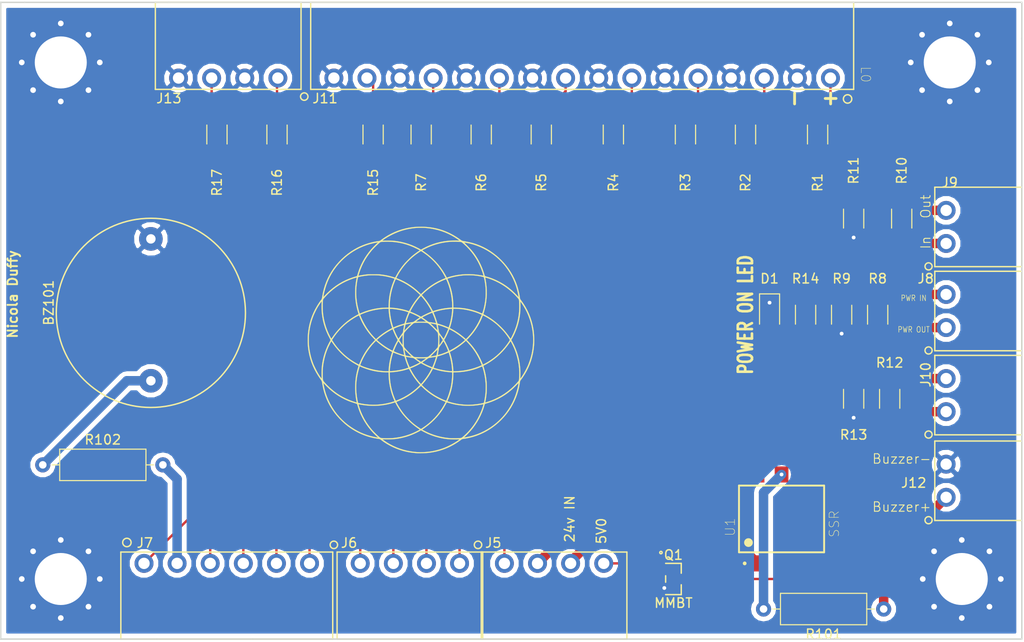
<source format=kicad_pcb>
(kicad_pcb (version 4) (host pcbnew 4.0.6)
  (layers (0 F.Cu signal) (31 B.Cu signal) (34 B.Paste user) (35 F.Paste user) (36 B.SilkS user) (37 F.SilkS user) (38 B.Mask user) (39 F.Mask user) (44 Edge.Cuts user))
  (net 0 "")
  (net 1 /A7)
  (net 2 /A6)
  (net 3 /A5)
  (net 4 /A4)
  (net 5 /A3)
  (net 6 /A2)
  (net 7 /A1)
  (net 8 /A0)
  (net 9 /24V)
  (net 10 "Net-(D1-Pad2)")
  (net 11 /GND)
  (net 12 /VDI0)
  (net 13 /VDI1)
  (net 14 /VDO1)
  (net 15 /VDI2)
  (net 16 /VDO2)
  (net 17 /L0)
  (net 18 /L1)
  (net 19 /L2)
  (net 20 /L3)
  (net 21 /L4)
  (net 22 /L5)
  (net 23 /L6)
  (net 24 /VDO0)
  (net 25 /L7)
  (net 26 /Buzzer)
  (net 27 /L8)
  (net 28 /L9)
  (net 29 "Net-(Q1-Pad3)")
  (net 30 /A8)
  (net 31 /5V0)
  (net 32 "Net-(BZ101-Pad1)")
  (net 33 "Net-(R101-Pad2)")
  (net 34 /Transistor)
  (net 35 /5V)
  (net 36 /ArduinoLED)
  (module hyperCustom:CONN_PHOENIX_1844359_16PIN (layer F.Cu) (at 175.26 46.99 180)
    (fp_text reference J11 (at 55.88 -10.16 360) (layer F.SilkS))
    (fp_text value "")
    (pad 1 thru_hole circle (at 2.45 -8 180) (size 2 2) (drill 1.2) (layers *.Cu *.Mask) (net 17 /L0))
    (pad 2 thru_hole circle (at 5.95 -8 180) (size 2 2) (drill 1.2) (layers *.Cu *.Mask) (net 11 /GND))
    (pad 3 thru_hole circle (at 9.45 -8 180) (size 2 2) (drill 1.2) (layers *.Cu *.Mask) (net 18 /L1))
    (pad 4 thru_hole circle (at 12.95 -8 180) (size 2 2) (drill 1.2) (layers *.Cu *.Mask) (net 11 /GND))
    (pad 5 thru_hole circle (at 16.45 -8 180) (size 2 2) (drill 1.2) (layers *.Cu *.Mask) (net 19 /L2))
    (pad 6 thru_hole circle (at 19.95 -8 180) (size 2 2) (drill 1.2) (layers *.Cu *.Mask) (net 11 /GND))
    (pad 7 thru_hole circle (at 23.45 -8 180) (size 2 2) (drill 1.2) (layers *.Cu *.Mask) (net 20 /L3))
    (pad 8 thru_hole circle (at 26.95 -8 180) (size 2 2) (drill 1.2) (layers *.Cu *.Mask) (net 11 /GND))
    (pad 9 thru_hole circle (at 30.45 -8 180) (size 2 2) (drill 1.2) (layers *.Cu *.Mask) (net 21 /L4))
    (pad 10 thru_hole circle (at 33.95 -8 180) (size 2 2) (drill 1.2) (layers *.Cu *.Mask) (net 11 /GND))
    (pad 11 thru_hole circle (at 37.45 -8 180) (size 2 2) (drill 1.2) (layers *.Cu *.Mask) (net 22 /L5))
    (pad 12 thru_hole circle (at 40.95 -8 180) (size 2 2) (drill 1.2) (layers *.Cu *.Mask) (net 11 /GND))
    (pad 13 thru_hole circle (at 44.45 -8 180) (size 2 2) (drill 1.2) (layers *.Cu *.Mask) (net 23 /L6))
    (pad 14 thru_hole circle (at 47.95 -8 180) (size 2 2) (drill 1.2) (layers *.Cu *.Mask) (net 11 /GND))
    (pad 15 thru_hole circle (at 51.45 -8 180) (size 2 2) (drill 1.2) (layers *.Cu *.Mask) (net 25 /L7))
    (pad 16 thru_hole circle (at 54.95 -8 180) (size 2 2) (drill 1.2) (layers *.Cu *.Mask) (net 11 /GND))
  )
  (module foot:MMBF170LT1G (layer F.Cu) (at 156.21 107.95 270)
    (fp_text reference Q1 (at -2.54 0 360) (layer F.SilkS))
    (fp_text value MMBT (at 2.54 0 360) (layer F.SilkS))
    (pad 1 smd rect (at -0.9525 0.9652 270) (size 0.5588 1.4224) (layers F.Cu) (net 34 /Transistor))
    (pad 2 smd rect (at 0.9525 0.9652 270) (size 0.5588 1.4224) (layers F.Cu) (net 11 /GND))
    (pad 3 smd rect (at 0 -0.9652 270) (size 0.5588 1.4224) (layers F.Cu) (net 29 "Net-(Q1-Pad3)"))
  )
  (module VO14642AABTR:SOIC254P1005X390-6N (layer F.Cu) (at 167.64 101.6 90)
    (fp_text reference U1 (at -0.86 -5.435 90) (layer F.SilkS) (effects (font (thickness 0.05))))
    (fp_text value SSR (at -0.525 5.565 90) (layer F.SilkS) (effects (font (thickness 0.05))))
    (pad 1 smd rect (at -4.7 -2.54 90) (size 1.7 1.45) (layers F.Cu F.Paste F.Mask) (net 31 /5V0))
    (pad 2 smd rect (at -4.7 0 90) (size 1.7 1.45) (layers F.Cu F.Paste F.Mask) (net 29 "Net-(Q1-Pad3)"))
    (pad 3 smd rect (at -4.7 2.54 90) (size 1.7 1.45) (layers F.Cu F.Paste F.Mask))
    (pad 4 smd rect (at 4.7 2.54 270) (size 1.7 1.45) (layers F.Cu F.Paste F.Mask) (net 9 /24V))
    (pad 5 smd rect (at 4.7 0 270) (size 1.7 1.45) (layers F.Cu F.Paste F.Mask) (net 33 "Net-(R101-Pad2)"))
    (pad 6 smd rect (at 4.7 -2.54 270) (size 1.7 1.45) (layers F.Cu F.Paste F.Mask) (net 9 /24V))
  )
  (module hyperCustom:MountingHole_5.5mm_Pad_Via (layer F.Cu) (at 91.44 53.34)
    (fp_text reference J1 hide)
    (fp_text value "")
    (pad 1 thru_hole circle (at 0 0) (size 11 11) (drill 5.5) (layers *.Cu *.Mask) (net 11 /GND))
    (pad "" thru_hole circle (at 4.125 0) (size 0.7 0.7) (drill 0.6) (layers *.Cu *.Mask))
    (pad "" thru_hole circle (at 2.926815 2.926815) (size 0.7 0.7) (drill 0.6) (layers *.Cu *.Mask))
    (pad "" thru_hole circle (at 0 4.125) (size 0.7 0.7) (drill 0.6) (layers *.Cu *.Mask))
    (pad "" thru_hole circle (at -2.926815 2.926815) (size 0.7 0.7) (drill 0.6) (layers *.Cu *.Mask))
    (pad "" thru_hole circle (at -4.125 0) (size 0.7 0.7) (drill 0.6) (layers *.Cu *.Mask))
    (pad "" thru_hole circle (at -2.926815 -2.926815) (size 0.7 0.7) (drill 0.6) (layers *.Cu *.Mask))
    (pad "" thru_hole circle (at 0 -4.125) (size 0.7 0.7) (drill 0.6) (layers *.Cu *.Mask))
    (pad "" thru_hole circle (at 2.926815 -2.926815) (size 0.7 0.7) (drill 0.6) (layers *.Cu *.Mask))
  )
  (module hyperCustom:MountingHole_5.5mm_Pad_Via (layer F.Cu) (at 186.69 107.95 180)
    (fp_text reference J2 hide)
    (fp_text value "")
    (pad 1 thru_hole circle (at 0 0 180) (size 11 11) (drill 5.5) (layers *.Cu *.Mask) (net 11 /GND))
    (pad "" thru_hole circle (at 4.125 0 180) (size 0.7 0.7) (drill 0.6) (layers *.Cu *.Mask))
    (pad "" thru_hole circle (at 2.926815 2.926815 180) (size 0.7 0.7) (drill 0.6) (layers *.Cu *.Mask))
    (pad "" thru_hole circle (at 0 4.125 180) (size 0.7 0.7) (drill 0.6) (layers *.Cu *.Mask))
    (pad "" thru_hole circle (at -2.926815 2.926815 180) (size 0.7 0.7) (drill 0.6) (layers *.Cu *.Mask))
    (pad "" thru_hole circle (at -4.125 0 180) (size 0.7 0.7) (drill 0.6) (layers *.Cu *.Mask))
    (pad "" thru_hole circle (at -2.926815 -2.926815 180) (size 0.7 0.7) (drill 0.6) (layers *.Cu *.Mask))
    (pad "" thru_hole circle (at 0 -4.125 180) (size 0.7 0.7) (drill 0.6) (layers *.Cu *.Mask))
    (pad "" thru_hole circle (at 2.926815 -2.926815 180) (size 0.7 0.7) (drill 0.6) (layers *.Cu *.Mask))
  )
  (module hyperCustom:MountingHole_5.5mm_Pad_Via (layer F.Cu) (at 185.42 53.34)
    (fp_text reference J3 hide)
    (fp_text value "")
    (pad 1 thru_hole circle (at 0 0) (size 11 11) (drill 5.5) (layers *.Cu *.Mask) (net 11 /GND))
    (pad "" thru_hole circle (at 4.125 0) (size 0.7 0.7) (drill 0.6) (layers *.Cu *.Mask))
    (pad "" thru_hole circle (at 2.926815 2.926815) (size 0.7 0.7) (drill 0.6) (layers *.Cu *.Mask))
    (pad "" thru_hole circle (at 0 4.125) (size 0.7 0.7) (drill 0.6) (layers *.Cu *.Mask))
    (pad "" thru_hole circle (at -2.926815 2.926815) (size 0.7 0.7) (drill 0.6) (layers *.Cu *.Mask))
    (pad "" thru_hole circle (at -4.125 0) (size 0.7 0.7) (drill 0.6) (layers *.Cu *.Mask))
    (pad "" thru_hole circle (at -2.926815 -2.926815) (size 0.7 0.7) (drill 0.6) (layers *.Cu *.Mask))
    (pad "" thru_hole circle (at 0 -4.125) (size 0.7 0.7) (drill 0.6) (layers *.Cu *.Mask))
    (pad "" thru_hole circle (at 2.926815 -2.926815) (size 0.7 0.7) (drill 0.6) (layers *.Cu *.Mask))
  )
  (module hyperCustom:MountingHole_5.5mm_Pad_Via (layer F.Cu) (at 91.44 107.95)
    (fp_text reference J4 hide)
    (fp_text value "")
    (pad 1 thru_hole circle (at 0 0) (size 11 11) (drill 5.5) (layers *.Cu *.Mask) (net 11 /GND))
    (pad "" thru_hole circle (at 4.125 0) (size 0.7 0.7) (drill 0.6) (layers *.Cu *.Mask))
    (pad "" thru_hole circle (at 2.926815 2.926815) (size 0.7 0.7) (drill 0.6) (layers *.Cu *.Mask))
    (pad "" thru_hole circle (at 0 4.125) (size 0.7 0.7) (drill 0.6) (layers *.Cu *.Mask))
    (pad "" thru_hole circle (at -2.926815 2.926815) (size 0.7 0.7) (drill 0.6) (layers *.Cu *.Mask))
    (pad "" thru_hole circle (at -4.125 0) (size 0.7 0.7) (drill 0.6) (layers *.Cu *.Mask))
    (pad "" thru_hole circle (at -2.926815 -2.926815) (size 0.7 0.7) (drill 0.6) (layers *.Cu *.Mask))
    (pad "" thru_hole circle (at 0 -4.125) (size 0.7 0.7) (drill 0.6) (layers *.Cu *.Mask))
    (pad "" thru_hole circle (at 2.926815 -2.926815) (size 0.7 0.7) (drill 0.6) (layers *.Cu *.Mask))
  )
  (module Resistors_SMD:R_1206_HandSoldering (layer F.Cu) (at 171.45 60.96 270)
    (fp_text reference R1 (at 5.08 0 270) (layer F.SilkS))
    (fp_text value "")
    (pad 1 smd rect (at -2 0 270) (size 2 1.7) (layers F.Cu F.Paste F.Mask) (net 17 /L0))
    (pad 2 smd rect (at 2 0 270) (size 2 1.7) (layers F.Cu F.Paste F.Mask) (net 8 /A0))
  )
  (module Resistors_SMD:R_1206_HandSoldering (layer F.Cu) (at 163.83 60.96 270)
    (fp_text reference R2 (at 5.08 0 270) (layer F.SilkS))
    (fp_text value "")
    (pad 1 smd rect (at -2 0 270) (size 2 1.7) (layers F.Cu F.Paste F.Mask) (net 18 /L1))
    (pad 2 smd rect (at 2 0 270) (size 2 1.7) (layers F.Cu F.Paste F.Mask) (net 7 /A1))
  )
  (module Resistors_SMD:R_1206_HandSoldering (layer F.Cu) (at 157.48 60.96 270)
    (fp_text reference R3 (at 5.08 0 270) (layer F.SilkS))
    (fp_text value "")
    (pad 1 smd rect (at -2 0 270) (size 2 1.7) (layers F.Cu F.Paste F.Mask) (net 19 /L2))
    (pad 2 smd rect (at 2 0 270) (size 2 1.7) (layers F.Cu F.Paste F.Mask) (net 6 /A2))
  )
  (module Resistors_SMD:R_1206_HandSoldering (layer F.Cu) (at 149.86 60.96 270)
    (fp_text reference R4 (at 5.08 0 270) (layer F.SilkS))
    (fp_text value "")
    (pad 1 smd rect (at -2 0 270) (size 2 1.7) (layers F.Cu F.Paste F.Mask) (net 20 /L3))
    (pad 2 smd rect (at 2 0 270) (size 2 1.7) (layers F.Cu F.Paste F.Mask) (net 5 /A3))
  )
  (module Resistors_SMD:R_1206_HandSoldering (layer F.Cu) (at 142.24 60.96 270)
    (fp_text reference R5 (at 5.08 0 270) (layer F.SilkS))
    (fp_text value "")
    (pad 1 smd rect (at -2 0 270) (size 2 1.7) (layers F.Cu F.Paste F.Mask) (net 21 /L4))
    (pad 2 smd rect (at 2 0 270) (size 2 1.7) (layers F.Cu F.Paste F.Mask) (net 4 /A4))
  )
  (module Resistors_SMD:R_1206_HandSoldering (layer F.Cu) (at 135.89 60.96 270)
    (fp_text reference R6 (at 5.08 0 270) (layer F.SilkS))
    (fp_text value "")
    (pad 1 smd rect (at -2 0 270) (size 2 1.7) (layers F.Cu F.Paste F.Mask) (net 22 /L5))
    (pad 2 smd rect (at 2 0 270) (size 2 1.7) (layers F.Cu F.Paste F.Mask) (net 3 /A5))
  )
  (module Resistors_SMD:R_1206_HandSoldering (layer F.Cu) (at 129.54 60.96 270)
    (fp_text reference R7 (at 5.08 0 270) (layer F.SilkS))
    (fp_text value "")
    (pad 1 smd rect (at -2 0 270) (size 2 1.7) (layers F.Cu F.Paste F.Mask) (net 23 /L6))
    (pad 2 smd rect (at 2 0 270) (size 2 1.7) (layers F.Cu F.Paste F.Mask) (net 2 /A6))
  )
  (module Resistors_SMD:R_1206_HandSoldering (layer F.Cu) (at 177.8 80.01 90)
    (fp_text reference R8 (at 3.81 0 360) (layer F.SilkS))
    (fp_text value "")
    (pad 1 smd rect (at -2 0 90) (size 2 1.7) (layers F.Cu F.Paste F.Mask) (net 12 /VDI0))
    (pad 2 smd rect (at 2 0 90) (size 2 1.7) (layers F.Cu F.Paste F.Mask) (net 24 /VDO0))
  )
  (module Resistors_SMD:R_1206_HandSoldering (layer F.Cu) (at 173.99 80.01 270)
    (fp_text reference R9 (at -3.81 0 540) (layer F.SilkS))
    (fp_text value "")
    (pad 1 smd rect (at -2 0 270) (size 2 1.7) (layers F.Cu F.Paste F.Mask) (net 24 /VDO0))
    (pad 2 smd rect (at 2 0 270) (size 2 1.7) (layers F.Cu F.Paste F.Mask) (net 11 /GND))
  )
  (module Resistors_SMD:R_1206_HandSoldering (layer F.Cu) (at 180.34 69.85 90)
    (fp_text reference R10 (at 5.08 0 270) (layer F.SilkS))
    (fp_text value "")
    (pad 1 smd rect (at -2 0 90) (size 2 1.7) (layers F.Cu F.Paste F.Mask) (net 13 /VDI1))
    (pad 2 smd rect (at 2 0 90) (size 2 1.7) (layers F.Cu F.Paste F.Mask) (net 14 /VDO1))
  )
  (module Resistors_SMD:R_1206_HandSoldering (layer F.Cu) (at 175.26 69.85 270)
    (fp_text reference R11 (at -5.08 0 450) (layer F.SilkS))
    (fp_text value "")
    (pad 1 smd rect (at -2 0 270) (size 2 1.7) (layers F.Cu F.Paste F.Mask) (net 14 /VDO1))
    (pad 2 smd rect (at 2 0 270) (size 2 1.7) (layers F.Cu F.Paste F.Mask) (net 11 /GND))
  )
  (module Resistors_SMD:R_1206_HandSoldering (layer F.Cu) (at 179.07 88.9 90)
    (fp_text reference R12 (at 3.81 0 360) (layer F.SilkS))
    (fp_text value "")
    (pad 1 smd rect (at -2 0 90) (size 2 1.7) (layers F.Cu F.Paste F.Mask) (net 15 /VDI2))
    (pad 2 smd rect (at 2 0 90) (size 2 1.7) (layers F.Cu F.Paste F.Mask) (net 16 /VDO2))
  )
  (module Resistors_SMD:R_1206_HandSoldering (layer F.Cu) (at 175.26 88.9 270)
    (fp_text reference R13 (at 3.81 0 360) (layer F.SilkS))
    (fp_text value "")
    (pad 1 smd rect (at -2 0 270) (size 2 1.7) (layers F.Cu F.Paste F.Mask) (net 16 /VDO2))
    (pad 2 smd rect (at 2 0 270) (size 2 1.7) (layers F.Cu F.Paste F.Mask) (net 11 /GND))
  )
  (module Resistors_SMD:R_1206_HandSoldering (layer F.Cu) (at 170.18 80.01 270)
    (fp_text reference R14 (at -3.81 0 540) (layer F.SilkS))
    (fp_text value "")
    (pad 1 smd rect (at -2 0 270) (size 2 1.7) (layers F.Cu F.Paste F.Mask) (net 24 /VDO0))
    (pad 2 smd rect (at 2 0 270) (size 2 1.7) (layers F.Cu F.Paste F.Mask) (net 10 "Net-(D1-Pad2)"))
  )
  (module Diodes_SMD:D_1206 (layer F.Cu) (at 166.37 80.01 270)
    (fp_text reference D1 (at -3.81 0 360) (layer F.SilkS))
    (fp_text value "")
    (pad 1 smd rect (at -1.5 0 270) (size 1 1.6) (layers F.Cu F.Paste F.Mask) (net 11 /GND))
    (pad 2 smd rect (at 1.5 0 270) (size 1 1.6) (layers F.Cu F.Paste F.Mask) (net 10 "Net-(D1-Pad2)"))
  )
  (module hyperCustom:CONN_PHOENIX_1844210_2PIN (layer F.Cu) (at 193.039 101.764 90)
    (fp_text reference J12 (at 3.974 -11.429 180) (layer F.SilkS))
    (fp_text value "")
    (pad 1 thru_hole circle (at 2.45 -8 90) (size 2 2) (drill 1.2) (layers *.Cu *.Mask) (net 26 /Buzzer))
    (pad 2 thru_hole circle (at 5.95 -8 90) (size 2 2) (drill 1.2) (layers *.Cu *.Mask) (net 11 /GND))
  )
  (module hyperCustom:CONN_PHOENIX_1844210_2PIN (layer F.Cu) (at 193.04 83.82 90)
    (fp_text reference J8 (at 7.62 -10.16 180) (layer F.SilkS))
    (fp_text value "")
    (pad 1 thru_hole circle (at 2.45 -8 90) (size 2 2) (drill 1.2) (layers *.Cu *.Mask) (net 12 /VDI0))
    (pad 2 thru_hole circle (at 5.95 -8 90) (size 2 2) (drill 1.2) (layers *.Cu *.Mask) (net 24 /VDO0))
  )
  (module hyperCustom:CONN_PHOENIX_1844210_2PIN (layer F.Cu) (at 193.04 74.93 90)
    (fp_text reference J9 (at 8.89 -7.62 360) (layer F.SilkS))
    (fp_text value "")
    (pad 1 thru_hole circle (at 2.45 -8 90) (size 2 2) (drill 1.2) (layers *.Cu *.Mask) (net 13 /VDI1))
    (pad 2 thru_hole circle (at 5.95 -8 90) (size 2 2) (drill 1.2) (layers *.Cu *.Mask) (net 14 /VDO1))
  )
  (module hyperCustom:CONN_PHOENIX_1844210_2PIN (layer F.Cu) (at 193.04 92.71 90)
    (fp_text reference J10 (at 6.35 -10.16 270) (layer F.SilkS))
    (fp_text value "")
    (pad 1 thru_hole circle (at 2.45 -8 90) (size 2 2) (drill 1.2) (layers *.Cu *.Mask) (net 15 /VDI2))
    (pad 2 thru_hole circle (at 5.95 -8 90) (size 2 2) (drill 1.2) (layers *.Cu *.Mask) (net 16 /VDO2))
  )
  (module hyperCustom:CONN_PHOENIX_1844236_4PIN (layer F.Cu) (at 135.89 114.3)
    (fp_text reference J5 (at 1.27 -10.16) (layer F.SilkS))
    (fp_text value "")
    (pad 1 thru_hole circle (at 2.45 -8) (size 2 2) (drill 1.2) (layers *.Cu *.Mask) (net 8 /A0))
    (pad 2 thru_hole circle (at 5.95 -8) (size 2 2) (drill 1.2) (layers *.Cu *.Mask) (net 9 /24V))
    (pad 3 thru_hole circle (at 9.45 -8) (size 2 2) (drill 1.2) (layers *.Cu *.Mask) (net 31 /5V0))
    (pad 4 thru_hole circle (at 12.95 -8) (size 2 2) (drill 1.2) (layers *.Cu *.Mask) (net 34 /Transistor))
  )
  (module hyperCustom:CONN_PHOENIX_1844236_4PIN (layer F.Cu) (at 120.65 114.3)
    (fp_text reference J6 (at 1.27 -10.16) (layer F.SilkS))
    (fp_text value "")
    (pad 1 thru_hole circle (at 2.45 -8) (size 2 2) (drill 1.2) (layers *.Cu *.Mask) (net 4 /A4))
    (pad 2 thru_hole circle (at 5.95 -8) (size 2 2) (drill 1.2) (layers *.Cu *.Mask) (net 5 /A3))
    (pad 3 thru_hole circle (at 9.45 -8) (size 2 2) (drill 1.2) (layers *.Cu *.Mask) (net 6 /A2))
    (pad 4 thru_hole circle (at 12.95 -8) (size 2 2) (drill 1.2) (layers *.Cu *.Mask) (net 7 /A1))
  )
  (module hyperCustom:CONN_PHOENIX_1844236_4PIN (layer F.Cu) (at 116.84 46.99 180)
    (fp_text reference J13 (at 13.97 -10.16 180) (layer F.SilkS))
    (fp_text value "")
    (pad 1 thru_hole circle (at 2.45 -8 180) (size 2 2) (drill 1.2) (layers *.Cu *.Mask) (net 27 /L8))
    (pad 2 thru_hole circle (at 5.95 -8 180) (size 2 2) (drill 1.2) (layers *.Cu *.Mask) (net 11 /GND))
    (pad 3 thru_hole circle (at 9.45 -8 180) (size 2 2) (drill 1.2) (layers *.Cu *.Mask) (net 28 /L9))
    (pad 4 thru_hole circle (at 12.95 -8 180) (size 2 2) (drill 1.2) (layers *.Cu *.Mask) (net 11 /GND))
  )
  (module Resistors_SMD:R_1206_HandSoldering (layer F.Cu) (at 124.46 60.96 270)
    (fp_text reference R15 (at 5.08 0 270) (layer F.SilkS))
    (fp_text value "")
    (pad 1 smd rect (at -2 0 270) (size 2 1.7) (layers F.Cu F.Paste F.Mask) (net 25 /L7))
    (pad 2 smd rect (at 2 0 270) (size 2 1.7) (layers F.Cu F.Paste F.Mask) (net 1 /A7))
  )
  (module Resistors_SMD:R_1206_HandSoldering (layer F.Cu) (at 114.3 60.96 270)
    (fp_text reference R16 (at 5.08 0 270) (layer F.SilkS))
    (fp_text value "")
    (pad 1 smd rect (at -2 0 270) (size 2 1.7) (layers F.Cu F.Paste F.Mask) (net 27 /L8))
    (pad 2 smd rect (at 2 0 270) (size 2 1.7) (layers F.Cu F.Paste F.Mask) (net 30 /A8))
  )
  (module hyperCustom:CONN_PHOENIX_1844252_6PIN (layer F.Cu) (at 97.79 114.3)
    (fp_text reference J7 (at 2.54 -10.16 180) (layer F.SilkS))
    (fp_text value "")
    (pad 1 thru_hole circle (at 2.45 -8) (size 2 2) (drill 1.2) (layers *.Cu *.Mask) (net 36 /ArduinoLED))
    (pad 2 thru_hole circle (at 5.95 -8) (size 2 2) (drill 1.2) (layers *.Cu *.Mask) (net 35 /5V))
    (pad 3 thru_hole circle (at 9.45 -8) (size 2 2) (drill 1.2) (layers *.Cu *.Mask) (net 30 /A8))
    (pad 4 thru_hole circle (at 12.95 -8) (size 2 2) (drill 1.2) (layers *.Cu *.Mask) (net 1 /A7))
    (pad 5 thru_hole circle (at 16.45 -8) (size 2 2) (drill 1.2) (layers *.Cu *.Mask) (net 2 /A6))
    (pad 6 thru_hole circle (at 19.95 -8) (size 2 2) (drill 1.2) (layers *.Cu *.Mask) (net 3 /A5))
  )
  (module hyperCustom:nicolaBuzzer (layer F.Cu) (at 100.965 81.915 90)
    (fp_text reference BZ101 (at 3.175 -10.795 90) (layer F.SilkS))
    (fp_text value "")
    (pad 1 thru_hole circle (at -5.08 0 90) (size 2.49936 2.49936) (drill 1.00076) (layers *.Cu *.Mask) (net 32 "Net-(BZ101-Pad1)"))
    (pad 2 thru_hole circle (at 9.92 0 90) (size 2.49936 2.49936) (drill 1.00076) (layers *.Cu *.Mask) (net 11 /GND))
  )
  (module Resistors_ThroughHole:R_Axial_DIN0309_L9.0mm_D3.2mm_P12.70mm_Horizontal (layer F.Cu) (at 178.435 111.125 180)
    (fp_text reference R101 (at 6.35 -2.66 180) (layer F.SilkS))
    (fp_text value "")
    (pad 1 thru_hole circle (at 0 0 180) (size 1.6 1.6) (drill 0.8) (layers *.Cu *.Mask) (net 26 /Buzzer))
    (pad 2 thru_hole oval (at 12.7 0 180) (size 1.6 1.6) (drill 0.8) (layers *.Cu *.Mask) (net 33 "Net-(R101-Pad2)"))
  )
  (module Resistors_ThroughHole:R_Axial_DIN0309_L9.0mm_D3.2mm_P12.70mm_Horizontal (layer F.Cu) (at 89.535 95.885)
    (fp_text reference R102 (at 6.35 -2.66) (layer F.SilkS))
    (fp_text value "")
    (pad 1 thru_hole circle (at 0 0) (size 1.6 1.6) (drill 0.8) (layers *.Cu *.Mask) (net 32 "Net-(BZ101-Pad1)"))
    (pad 2 thru_hole oval (at 12.7 0) (size 1.6 1.6) (drill 0.8) (layers *.Cu *.Mask) (net 35 /5V))
  )
  (module Resistors_SMD:R_1206_HandSoldering (layer F.Cu) (at 107.95 60.96 270)
    (fp_text reference R17 (at 5.08 0 270) (layer F.SilkS))
    (fp_text value "")
    (pad 1 smd rect (at -2 0 270) (size 2 1.7) (layers F.Cu F.Paste F.Mask) (net 28 /L9))
    (pad 2 smd rect (at 2 0 270) (size 2 1.7) (layers F.Cu F.Paste F.Mask) (net 36 /ArduinoLED))
  )
  (module hyperCustom:ParadigmLogo_1x1 (layer F.Cu) (at 129.54 82.55)
    (fp_text reference G*** hide)
    (fp_text value LOGO hide)
  )
  (gr_text "Nicola Duffy \n" (at 86.36 77.47 90) (layer F.SilkS) (effects (font (size 1 1) (thickness 0.2))))
  (gr_line (start 102.87 46.99) (end 193.04 46.99) (angle 90) (layer Edge.Cuts) (width 0.15))
  (gr_line (start 85.09 46.99) (end 87.63 46.99) (angle 90) (layer Edge.Cuts) (width 0.15))
  (gr_line (start 85.09 114.3) (end 85.09 46.99) (angle 90) (layer Edge.Cuts) (width 0.15))
  (gr_line (start 101.6 114.3) (end 85.09 114.3) (angle 90) (layer Edge.Cuts) (width 0.15))
  (gr_line (start 102.87 46.99) (end 87.63 46.99) (angle 90) (layer Edge.Cuts) (width 0.15))
  (gr_text "L0\n" (at 176.53 54.61 270) (layer F.SilkS) (effects (font (size 1 1) (thickness 0.05))))
  (gr_text "POWER ON LED" (at 163.83 80.01 90) (layer F.SilkS) (effects (font (size 1.5 1.1) (thickness 0.275))))
  (gr_text "-\n" (at 168.91 57.15 90) (layer F.SilkS) (effects (font (size 1.5 1.5) (thickness 0.3))))
  (gr_text "+\n" (at 172.72 57.15 90) (layer F.SilkS) (effects (font (size 1.5 1.5) (thickness 0.3))))
  (gr_text "PWR OUT\n\n\n" (at 181.61 82.55) (layer F.SilkS) (effects (font (size 0.6 0.5) (thickness 0.06))))
  (gr_text "PWR IN\n\n" (at 181.61 78.74) (layer F.SilkS) (effects (font (size 0.6 0.5) (thickness 0.06))))
  (gr_text "Out\n" (at 182.88 68.58 90) (layer F.SilkS) (effects (font (size 1 1) (thickness 0.1))))
  (gr_text "In\n" (at 182.88 72.39 90) (layer F.SilkS) (effects (font (size 1 1) (thickness 0.1))))
  (gr_text "Buzzer-\n" (at 180.34 95.25) (layer F.SilkS) (effects (font (size 1 1) (thickness 0.1))))
  (gr_text Buzzer+ (at 180.34 100.33) (layer F.SilkS) (effects (font (size 1 1) (thickness 0.1))))
  (gr_text "24v IN\n\n" (at 146.05 101.6 90) (layer F.SilkS) (effects (font (size 1 1))))
  (gr_text "5V0\n" (at 148.59 102.87 90) (layer F.SilkS) (effects (font (size 1 1))))
  (gr_line (start 101.6 114.3) (end 111.76 114.3) (angle 90) (layer Edge.Cuts) (width 0.15))
  (gr_line (start 193.04 50.8) (end 193.04 46.99) (angle 90) (layer Edge.Cuts) (width 0.15))
  (gr_line (start 193.04 114.3) (end 111.76 114.3) (angle 90) (layer Edge.Cuts) (width 0.15))
  (gr_line (start 193.04 50.8) (end 193.04 114.3) (angle 90) (layer Edge.Cuts) (width 0.15))
  (segment (start 110.74 106.3) (end 110.74 76.68) (width 0.25) (layer F.Cu) (net 1))
  (segment (start 110.74 76.68) (end 124.46 62.96) (width 0.25) (layer F.Cu) (net 1))
  (segment (start 114.24 106.3) (end 114.24 78.26) (width 0.25) (layer F.Cu) (net 2))
  (segment (start 114.24 78.26) (end 129.54 62.96) (width 0.25) (layer F.Cu) (net 2))
  (segment (start 117.74 106.3) (end 117.74 81.65) (width 0.25) (layer F.Cu) (net 3))
  (segment (start 117.74 81.65) (end 135.89 63.5) (width 0.25) (layer F.Cu) (net 3))
  (segment (start 135.89 63.5) (end 135.89 62.96) (width 0.25) (layer F.Cu) (net 3))
  (segment (start 123.1 106.3) (end 123.1 82.1) (width 0.25) (layer F.Cu) (net 4))
  (segment (start 123.1 82.1) (end 142.24 62.96) (width 0.25) (layer F.Cu) (net 4))
  (segment (start 126.6 106.3) (end 126.6 86.22) (width 0.25) (layer F.Cu) (net 5))
  (segment (start 126.6 86.22) (end 149.86 62.96) (width 0.25) (layer F.Cu) (net 5))
  (segment (start 130.1 106.3) (end 130.1 90.34) (width 0.25) (layer F.Cu) (net 6))
  (segment (start 130.1 90.34) (end 157.48 62.96) (width 0.25) (layer F.Cu) (net 6))
  (segment (start 133.6 106.3) (end 133.6 93.19) (width 0.25) (layer F.Cu) (net 7))
  (segment (start 133.6 93.19) (end 163.83 62.96) (width 0.25) (layer F.Cu) (net 7))
  (segment (start 138.34 106.3) (end 138.34 90.26) (width 0.25) (layer F.Cu) (net 8))
  (segment (start 169.64 64.77) (end 171.45 62.96) (width 0.25) (layer F.Cu) (net 8))
  (segment (start 163.83 64.77) (end 169.64 64.77) (width 0.25) (layer F.Cu) (net 8))
  (segment (start 138.34 90.26) (end 163.83 64.77) (width 0.25) (layer F.Cu) (net 8))
  (segment (start 170.72 62.96) (end 171.45 62.96) (width 0.25) (layer F.Cu) (net 8))
  (segment (start 171.45 62.96) (end 171.45 63.5) (width 0.25) (layer F.Cu) (net 8))
  (segment (start 165.1 93.98) (end 154.16 93.98) (width 1) (layer F.Cu) (net 9))
  (segment (start 154.16 93.98) (end 141.84 106.3) (width 1) (layer F.Cu) (net 9))
  (segment (start 170.18 96.9) (end 170.18 93.98) (width 1) (layer F.Cu) (net 9))
  (segment (start 165.1 93.98) (end 165.1 96.9) (width 1) (layer F.Cu) (net 9))
  (segment (start 170.18 93.98) (end 165.1 93.98) (width 1) (layer F.Cu) (net 9))
  (segment (start 170.18 82.01) (end 166.87 82.01) (width 1) (layer F.Cu) (net 10))
  (segment (start 166.87 82.01) (end 166.37 81.51) (width 1) (layer F.Cu) (net 10))
  (via (at 175.26 90.9) (size 0.6) (drill 0.4) (layers F.Cu B.Cu) (net 11))
  (segment (start 175.26 90.9) (end 175.26 91.44) (width 0.25) (layer B.Cu) (net 11))
  (via (at 173.99 82.01) (size 0.6) (drill 0.4) (layers F.Cu B.Cu) (net 11))
  (segment (start 173.99 82.01) (end 173.99 82.55) (width 0.25) (layer B.Cu) (net 11))
  (via (at 166.37 78.74) (size 0.6) (drill 0.4) (layers F.Cu B.Cu) (net 11))
  (segment (start 166.37 78.74) (end 166.37 78.51) (width 1) (layer F.Cu) (net 11))
  (via (at 175.26 71.85) (size 0.6) (drill 0.4) (layers F.Cu B.Cu) (net 11))
  (segment (start 175.26 71.85) (end 175.26 72.39) (width 1) (layer B.Cu) (net 11))
  (via (at 103.89 54.99) (size 0.6) (drill 0.4) (layers F.Cu B.Cu) (net 11))
  (via (at 169.31 54.99) (size 0.6) (drill 0.4) (layers F.Cu B.Cu) (net 11))
  (via (at 162.31 54.99) (size 0.6) (drill 0.4) (layers F.Cu B.Cu) (net 11))
  (via (at 155.31 54.99) (size 0.6) (drill 0.4) (layers F.Cu B.Cu) (net 11))
  (via (at 148.31 54.99) (size 0.6) (drill 0.4) (layers F.Cu B.Cu) (net 11))
  (via (at 141.31 54.99) (size 0.6) (drill 0.4) (layers F.Cu B.Cu) (net 11))
  (via (at 134.31 54.99) (size 0.6) (drill 0.4) (layers F.Cu B.Cu) (net 11))
  (via (at 120.31 54.99) (size 0.6) (drill 0.4) (layers F.Cu B.Cu) (net 11))
  (via (at 127.31 54.99) (size 0.6) (drill 0.4) (layers F.Cu B.Cu) (net 11))
  (via (at 110.89 54.99) (size 0.6) (drill 0.4) (layers F.Cu B.Cu) (net 11))
  (via (at 155.2448 108.9025) (size 0.6) (drill 0.4) (layers F.Cu B.Cu) (net 11))
  (segment (start 154.94 109.22) (end 154.94 109.2073) (width 0.25) (layer B.Cu) (net 11))
  (segment (start 154.94 109.2073) (end 155.2448 108.9025) (width 0.25) (layer B.Cu) (net 11))
  (via (at 185.039 95.814) (size 0.6) (drill 0.4) (layers F.Cu B.Cu) (net 11))
  (segment (start 185.04 81.37) (end 178.44 81.37) (width 1) (layer F.Cu) (net 12))
  (segment (start 178.44 81.37) (end 177.8 82.01) (width 1) (layer F.Cu) (net 12))
  (segment (start 185.04 72.48) (end 180.97 72.48) (width 1) (layer F.Cu) (net 13))
  (segment (start 180.97 72.48) (end 180.34 71.85) (width 1) (layer F.Cu) (net 13))
  (segment (start 180.34 67.85) (end 175.26 67.85) (width 1) (layer F.Cu) (net 14))
  (segment (start 185.04 68.98) (end 181.47 68.98) (width 1) (layer F.Cu) (net 14))
  (segment (start 181.47 68.98) (end 180.34 67.85) (width 1) (layer F.Cu) (net 14))
  (segment (start 185.04 90.26) (end 179.71 90.26) (width 1) (layer F.Cu) (net 15))
  (segment (start 179.71 90.26) (end 179.07 90.9) (width 1) (layer F.Cu) (net 15))
  (segment (start 179.07 86.9) (end 175.26 86.9) (width 1) (layer F.Cu) (net 16))
  (segment (start 185.04 86.76) (end 179.21 86.76) (width 1) (layer F.Cu) (net 16))
  (segment (start 179.21 86.76) (end 179.07 86.9) (width 1) (layer F.Cu) (net 16))
  (segment (start 172.81 54.99) (end 172.81 57.6) (width 0.25) (layer F.Cu) (net 17))
  (segment (start 172.81 57.6) (end 171.45 58.96) (width 0.25) (layer F.Cu) (net 17))
  (segment (start 165.81 54.99) (end 165.81 56.98) (width 0.25) (layer F.Cu) (net 18))
  (segment (start 165.81 56.98) (end 163.83 58.96) (width 0.25) (layer F.Cu) (net 18))
  (segment (start 158.81 54.99) (end 158.81 57.63) (width 0.25) (layer F.Cu) (net 19))
  (segment (start 158.81 57.63) (end 157.48 58.96) (width 0.25) (layer F.Cu) (net 19))
  (segment (start 151.81 54.99) (end 151.81 57.01) (width 0.25) (layer F.Cu) (net 20))
  (segment (start 151.81 57.01) (end 149.86 58.96) (width 0.25) (layer F.Cu) (net 20))
  (segment (start 144.81 54.99) (end 144.81 56.39) (width 0.25) (layer F.Cu) (net 21))
  (segment (start 144.81 56.39) (end 142.24 58.96) (width 0.25) (layer F.Cu) (net 21))
  (segment (start 137.81 54.99) (end 137.81 57.04) (width 0.25) (layer F.Cu) (net 22))
  (segment (start 137.81 57.04) (end 135.89 58.96) (width 0.25) (layer F.Cu) (net 22))
  (segment (start 130.81 54.99) (end 130.81 57.69) (width 0.25) (layer F.Cu) (net 23))
  (segment (start 130.81 57.69) (end 129.54 58.96) (width 0.25) (layer F.Cu) (net 23))
  (segment (start 173.99 78.01) (end 170.18 78.01) (width 1) (layer F.Cu) (net 24))
  (segment (start 177.8 78.01) (end 173.99 78.01) (width 1) (layer F.Cu) (net 24))
  (segment (start 185.04 77.87) (end 177.94 77.87) (width 1) (layer F.Cu) (net 24))
  (segment (start 177.94 77.87) (end 177.8 78.01) (width 1) (layer F.Cu) (net 24))
  (segment (start 124.46 58.96) (end 124.46 55.64) (width 0.25) (layer F.Cu) (net 25))
  (segment (start 124.46 55.64) (end 123.81 54.99) (width 0.25) (layer F.Cu) (net 25))
  (segment (start 178.435 111.125) (end 178.435 105.918) (width 1) (layer F.Cu) (net 26))
  (segment (start 178.435 105.918) (end 185.039 99.314) (width 1) (layer F.Cu) (net 26))
  (segment (start 114.3 58.96) (end 114.3 55.08) (width 0.25) (layer F.Cu) (net 27))
  (segment (start 114.3 55.08) (end 114.39 54.99) (width 0.25) (layer F.Cu) (net 27))
  (segment (start 107.39 54.99) (end 107.39 58.4) (width 0.25) (layer F.Cu) (net 28))
  (segment (start 107.39 58.4) (end 107.95 58.96) (width 0.25) (layer F.Cu) (net 28))
  (segment (start 157.1752 107.95) (end 167.64 107.95) (width 0.25) (layer F.Cu) (net 29))
  (segment (start 167.64 107.95) (end 167.64 106.3) (width 0.25) (layer F.Cu) (net 29))
  (segment (start 157.1752 107.95) (end 157.86 107.95) (width 0.25) (layer F.Cu) (net 29))
  (segment (start 107.24 106.3) (end 107.24 70.02) (width 0.25) (layer F.Cu) (net 30))
  (segment (start 107.24 70.02) (end 114.3 62.96) (width 0.25) (layer F.Cu) (net 30))
  (segment (start 145.34 106.3) (end 145.34 106.12) (width 1) (layer F.Cu) (net 31))
  (segment (start 145.34 106.12) (end 147.32 104.14) (width 1) (layer F.Cu) (net 31))
  (segment (start 147.32 104.14) (end 162.94 104.14) (width 1) (layer F.Cu) (net 31))
  (segment (start 162.94 104.14) (end 165.1 106.3) (width 1) (layer F.Cu) (net 31))
  (segment (start 89.535 95.885) (end 98.425 86.995) (width 1) (layer B.Cu) (net 32))
  (segment (start 98.425 86.995) (end 100.965 86.995) (width 1) (layer B.Cu) (net 32))
  (via (at 167.64 96.9) (size 0.6) (drill 0.4) (layers F.Cu B.Cu) (net 33))
  (segment (start 165.735 111.125) (end 165.735 98.805) (width 1) (layer B.Cu) (net 33))
  (segment (start 165.735 98.805) (end 167.64 96.9) (width 1) (layer B.Cu) (net 33))
  (segment (start 148.84 106.3) (end 154.5473 106.3) (width 0.25) (layer F.Cu) (net 34))
  (segment (start 154.5473 106.3) (end 155.2448 106.9975) (width 0.25) (layer F.Cu) (net 34))
  (segment (start 103.74 106.3) (end 103.74 97.39) (width 1) (layer B.Cu) (net 35))
  (segment (start 103.74 97.39) (end 102.235 95.885) (width 1) (layer B.Cu) (net 35))
  (via (at 103.74 106.3) (size 0.6) (drill 0.4) (layers F.Cu B.Cu) (net 35))
  (segment (start 107.95 62.96) (end 107.95 63.5) (width 0.25) (layer F.Cu) (net 36))
  (segment (start 107.95 63.5) (end 106.68 64.77) (width 0.25) (layer F.Cu) (net 36))
  (segment (start 106.68 64.77) (end 106.68 99.86) (width 0.25) (layer F.Cu) (net 36))
  (segment (start 106.68 99.86) (end 100.24 106.3) (width 0.25) (layer F.Cu) (net 36))
  (zone (net 11) (net_name /GND) (layer B.Cu) (connect_pads (clearance 0.508)) (min_thickness 0.254) (fill yes (arc_segments 16) (thermal_gap 0.508) (thermal_bridge_width 0.508))
    (polygon (pts (xy 193.04 114.3) (xy 85.09 114.3) (xy 85.09 46.99) (xy 193.04 46.99)))
  )
)
</source>
